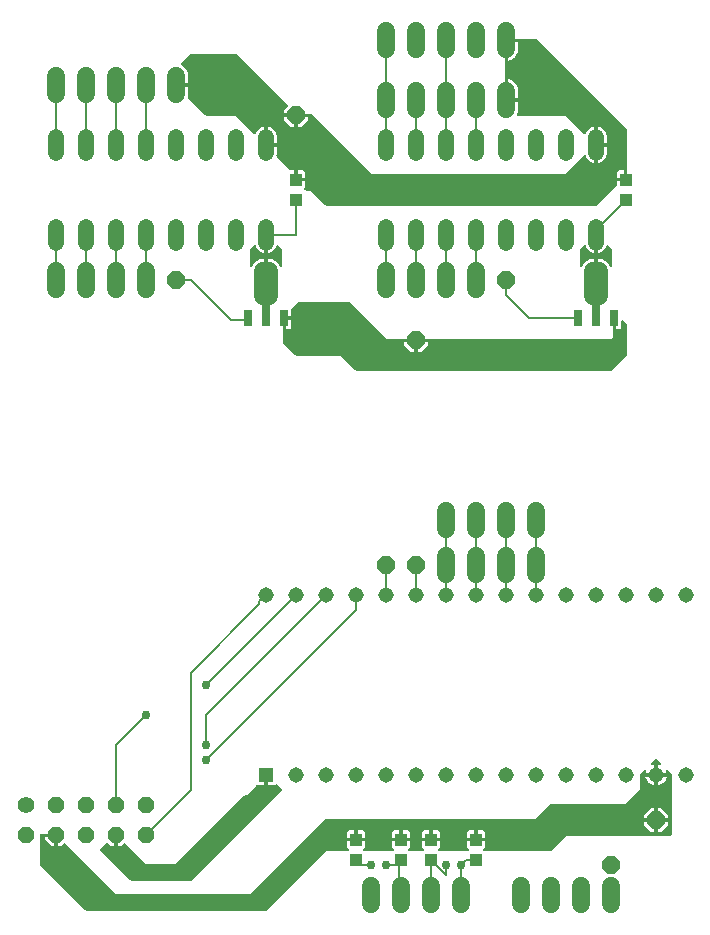
<source format=gbr>
G04 EAGLE Gerber RS-274X export*
G75*
%MOMM*%
%FSLAX34Y34*%
%LPD*%
%INTop Copper*%
%IPPOS*%
%AMOC8*
5,1,8,0,0,1.08239X$1,22.5*%
G01*
%ADD10R,1.308000X1.308000*%
%ADD11C,1.308000*%
%ADD12R,1.000000X1.100000*%
%ADD13C,1.320800*%
%ADD14C,1.524000*%
%ADD15R,0.800000X1.400000*%
%ADD16R,0.800000X1.900000*%
%ADD17C,1.422400*%
%ADD18P,1.539592X8X22.500000*%
%ADD19P,1.649562X8X22.500000*%
%ADD20C,0.756400*%
%ADD21C,0.152400*%

G36*
X520790Y621554D02*
X520790Y621554D01*
X520881Y621561D01*
X520911Y621573D01*
X520943Y621579D01*
X521023Y621621D01*
X521107Y621657D01*
X521139Y621683D01*
X521160Y621694D01*
X521182Y621717D01*
X521238Y621762D01*
X538336Y638860D01*
X538389Y638934D01*
X538449Y639003D01*
X538461Y639033D01*
X538480Y639059D01*
X538507Y639146D01*
X538541Y639231D01*
X538545Y639272D01*
X538552Y639295D01*
X538551Y639327D01*
X538559Y639398D01*
X538559Y641977D01*
X541138Y641977D01*
X541228Y641992D01*
X541319Y641999D01*
X541349Y642011D01*
X541381Y642017D01*
X541461Y642059D01*
X541545Y642095D01*
X541577Y642121D01*
X541598Y642132D01*
X541620Y642155D01*
X541676Y642200D01*
X543200Y643724D01*
X543242Y643782D01*
X543291Y643834D01*
X543313Y643881D01*
X543344Y643923D01*
X543365Y643992D01*
X543395Y644057D01*
X543401Y644109D01*
X543416Y644158D01*
X543414Y644230D01*
X543422Y644301D01*
X543411Y644352D01*
X543410Y644404D01*
X543385Y644472D01*
X543370Y644542D01*
X543343Y644586D01*
X543325Y644635D01*
X543280Y644691D01*
X543244Y644753D01*
X543204Y644787D01*
X543172Y644827D01*
X543111Y644866D01*
X543057Y644913D01*
X543008Y644932D01*
X542965Y644960D01*
X542895Y644978D01*
X542829Y645005D01*
X542757Y645013D01*
X542726Y645020D01*
X542703Y645019D01*
X542662Y645023D01*
X538559Y645023D01*
X538559Y649334D01*
X538732Y649981D01*
X539067Y650560D01*
X539540Y651033D01*
X540119Y651368D01*
X540766Y651541D01*
X544577Y651541D01*
X544577Y646938D01*
X544588Y646867D01*
X544590Y646796D01*
X544608Y646747D01*
X544617Y646695D01*
X544650Y646632D01*
X544675Y646565D01*
X544707Y646524D01*
X544732Y646478D01*
X544784Y646429D01*
X544828Y646373D01*
X544872Y646344D01*
X544910Y646309D01*
X544975Y646278D01*
X545035Y646240D01*
X545086Y646227D01*
X545133Y646205D01*
X545204Y646197D01*
X545274Y646180D01*
X545326Y646184D01*
X545378Y646178D01*
X545448Y646193D01*
X545519Y646199D01*
X545567Y646219D01*
X545618Y646230D01*
X545680Y646267D01*
X545745Y646295D01*
X545801Y646340D01*
X545829Y646356D01*
X545844Y646374D01*
X545876Y646400D01*
X546638Y647162D01*
X546691Y647236D01*
X546751Y647305D01*
X546763Y647335D01*
X546782Y647361D01*
X546809Y647448D01*
X546843Y647533D01*
X546847Y647574D01*
X546854Y647597D01*
X546853Y647629D01*
X546861Y647700D01*
X546861Y685800D01*
X546847Y685890D01*
X546839Y685981D01*
X546827Y686011D01*
X546822Y686043D01*
X546779Y686123D01*
X546743Y686207D01*
X546717Y686239D01*
X546706Y686260D01*
X546683Y686282D01*
X546638Y686338D01*
X470438Y762538D01*
X470364Y762591D01*
X470295Y762651D01*
X470265Y762663D01*
X470239Y762682D01*
X470152Y762709D01*
X470067Y762743D01*
X470026Y762747D01*
X470003Y762754D01*
X469971Y762753D01*
X469900Y762761D01*
X445262Y762761D01*
X445242Y762758D01*
X445223Y762760D01*
X445121Y762738D01*
X445019Y762722D01*
X445002Y762712D01*
X444982Y762708D01*
X444893Y762655D01*
X444802Y762606D01*
X444788Y762592D01*
X444771Y762582D01*
X444704Y762503D01*
X444633Y762428D01*
X444624Y762410D01*
X444611Y762395D01*
X444573Y762299D01*
X444529Y762205D01*
X444527Y762185D01*
X444519Y762167D01*
X444501Y762000D01*
X444501Y761999D01*
X444500Y761999D01*
X444480Y761996D01*
X444461Y761998D01*
X444359Y761976D01*
X444257Y761959D01*
X444240Y761950D01*
X444220Y761946D01*
X444131Y761893D01*
X444040Y761844D01*
X444026Y761830D01*
X444009Y761820D01*
X443942Y761741D01*
X443871Y761666D01*
X443862Y761648D01*
X443849Y761633D01*
X443810Y761537D01*
X443767Y761443D01*
X443765Y761423D01*
X443757Y761405D01*
X443739Y761238D01*
X443739Y711962D01*
X443742Y711942D01*
X443740Y711923D01*
X443762Y711821D01*
X443779Y711719D01*
X443788Y711702D01*
X443792Y711682D01*
X443845Y711593D01*
X443894Y711502D01*
X443908Y711488D01*
X443918Y711471D01*
X443997Y711404D01*
X444072Y711333D01*
X444090Y711324D01*
X444105Y711311D01*
X444201Y711273D01*
X444295Y711229D01*
X444315Y711227D01*
X444333Y711219D01*
X444500Y711201D01*
X444501Y711201D01*
X444501Y710438D01*
X444504Y710418D01*
X444502Y710399D01*
X444524Y710297D01*
X444541Y710195D01*
X444550Y710178D01*
X444554Y710158D01*
X444607Y710069D01*
X444656Y709978D01*
X444670Y709964D01*
X444680Y709947D01*
X444759Y709880D01*
X444834Y709809D01*
X444852Y709800D01*
X444867Y709787D01*
X444963Y709748D01*
X445057Y709705D01*
X445077Y709703D01*
X445095Y709695D01*
X445262Y709677D01*
X454661Y709677D01*
X454661Y702780D01*
X454411Y701201D01*
X453916Y699679D01*
X453491Y698846D01*
X453468Y698774D01*
X453436Y698705D01*
X453431Y698657D01*
X453417Y698611D01*
X453418Y698536D01*
X453409Y698461D01*
X453420Y698414D01*
X453420Y698365D01*
X453446Y698294D01*
X453462Y698220D01*
X453486Y698179D01*
X453502Y698134D01*
X453549Y698074D01*
X453588Y698009D01*
X453624Y697978D01*
X453654Y697940D01*
X453717Y697898D01*
X453775Y697849D01*
X453819Y697831D01*
X453860Y697805D01*
X453933Y697786D01*
X454003Y697757D01*
X454068Y697750D01*
X454097Y697742D01*
X454123Y697744D01*
X454170Y697739D01*
X494985Y697739D01*
X510646Y682078D01*
X510683Y682051D01*
X510714Y682017D01*
X510782Y681980D01*
X510846Y681934D01*
X510889Y681921D01*
X510930Y681898D01*
X511006Y681885D01*
X511081Y681862D01*
X511126Y681863D01*
X511172Y681855D01*
X511249Y681866D01*
X511326Y681868D01*
X511370Y681884D01*
X511415Y681891D01*
X511484Y681926D01*
X511557Y681953D01*
X511593Y681981D01*
X511634Y682002D01*
X511689Y682058D01*
X511750Y682106D01*
X511774Y682145D01*
X511806Y682178D01*
X511872Y682297D01*
X511883Y682313D01*
X511884Y682318D01*
X511887Y682325D01*
X512596Y684036D01*
X513597Y685534D01*
X514870Y686807D01*
X516368Y687808D01*
X518033Y688497D01*
X519177Y688725D01*
X519177Y673862D01*
X519180Y673842D01*
X519178Y673823D01*
X519200Y673721D01*
X519217Y673619D01*
X519226Y673602D01*
X519230Y673582D01*
X519283Y673493D01*
X519332Y673402D01*
X519346Y673388D01*
X519356Y673371D01*
X519435Y673304D01*
X519510Y673233D01*
X519528Y673224D01*
X519543Y673211D01*
X519639Y673173D01*
X519733Y673129D01*
X519753Y673127D01*
X519771Y673119D01*
X519938Y673101D01*
X520701Y673101D01*
X520701Y673099D01*
X519938Y673099D01*
X519918Y673096D01*
X519899Y673098D01*
X519797Y673076D01*
X519695Y673059D01*
X519678Y673050D01*
X519658Y673046D01*
X519569Y672993D01*
X519478Y672944D01*
X519464Y672930D01*
X519447Y672920D01*
X519380Y672841D01*
X519309Y672766D01*
X519300Y672748D01*
X519287Y672733D01*
X519248Y672637D01*
X519205Y672543D01*
X519203Y672523D01*
X519195Y672505D01*
X519177Y672338D01*
X519177Y657475D01*
X518033Y657703D01*
X516368Y658392D01*
X514870Y659393D01*
X513597Y660666D01*
X512596Y662164D01*
X511887Y663875D01*
X511863Y663914D01*
X511847Y663957D01*
X511799Y664018D01*
X511758Y664084D01*
X511722Y664114D01*
X511694Y664150D01*
X511628Y664192D01*
X511568Y664241D01*
X511525Y664258D01*
X511487Y664283D01*
X511411Y664302D01*
X511339Y664329D01*
X511293Y664331D01*
X511248Y664343D01*
X511171Y664337D01*
X511093Y664340D01*
X511049Y664327D01*
X511003Y664323D01*
X510931Y664293D01*
X510857Y664271D01*
X510819Y664245D01*
X510777Y664227D01*
X510670Y664142D01*
X510655Y664131D01*
X510652Y664127D01*
X510646Y664122D01*
X494985Y648461D01*
X330515Y648461D01*
X279938Y699038D01*
X279864Y699091D01*
X279795Y699151D01*
X279765Y699163D01*
X279739Y699182D01*
X279652Y699209D01*
X279567Y699243D01*
X279526Y699247D01*
X279503Y699254D01*
X279471Y699253D01*
X279400Y699261D01*
X267462Y699261D01*
X267442Y699258D01*
X267423Y699260D01*
X267321Y699238D01*
X267219Y699222D01*
X267202Y699212D01*
X267182Y699208D01*
X267093Y699155D01*
X267002Y699106D01*
X266988Y699092D01*
X266971Y699082D01*
X266904Y699003D01*
X266833Y698928D01*
X266824Y698910D01*
X266811Y698895D01*
X266773Y698799D01*
X266729Y698705D01*
X266727Y698685D01*
X266719Y698667D01*
X266701Y698500D01*
X266701Y698499D01*
X266699Y698499D01*
X266699Y699262D01*
X266696Y699282D01*
X266698Y699301D01*
X266676Y699403D01*
X266659Y699505D01*
X266650Y699522D01*
X266646Y699542D01*
X266593Y699631D01*
X266544Y699722D01*
X266530Y699736D01*
X266520Y699753D01*
X266441Y699820D01*
X266366Y699891D01*
X266348Y699900D01*
X266333Y699913D01*
X266237Y699952D01*
X266143Y699995D01*
X266123Y699997D01*
X266105Y700005D01*
X265938Y700023D01*
X256539Y700023D01*
X256539Y702709D01*
X259515Y705685D01*
X259527Y705701D01*
X259542Y705713D01*
X259599Y705801D01*
X259659Y705884D01*
X259665Y705903D01*
X259675Y705920D01*
X259701Y706021D01*
X259731Y706120D01*
X259731Y706139D01*
X259736Y706159D01*
X259728Y706262D01*
X259725Y706365D01*
X259718Y706384D01*
X259716Y706404D01*
X259676Y706499D01*
X259640Y706596D01*
X259628Y706612D01*
X259620Y706630D01*
X259515Y706761D01*
X216438Y749838D01*
X216364Y749891D01*
X216295Y749951D01*
X216265Y749963D01*
X216239Y749982D01*
X216152Y750009D01*
X216067Y750043D01*
X216026Y750047D01*
X216003Y750054D01*
X215971Y750053D01*
X215900Y750061D01*
X177800Y750061D01*
X177710Y750047D01*
X177619Y750039D01*
X177589Y750027D01*
X177557Y750022D01*
X177477Y749979D01*
X177393Y749943D01*
X177361Y749917D01*
X177340Y749906D01*
X177318Y749883D01*
X177262Y749838D01*
X169317Y741893D01*
X169308Y741880D01*
X169295Y741871D01*
X169236Y741781D01*
X169173Y741694D01*
X169169Y741678D01*
X169160Y741665D01*
X169132Y741561D01*
X169101Y741459D01*
X169101Y741443D01*
X169097Y741427D01*
X169105Y741320D01*
X169107Y741213D01*
X169113Y741198D01*
X169114Y741182D01*
X169155Y741083D01*
X169192Y740982D01*
X169202Y740969D01*
X169208Y740954D01*
X169278Y740874D01*
X169345Y740790D01*
X169359Y740781D01*
X169369Y740769D01*
X169510Y740677D01*
X170425Y740210D01*
X171719Y739270D01*
X172850Y738139D01*
X173790Y736845D01*
X174516Y735420D01*
X175011Y733899D01*
X175261Y732320D01*
X175261Y725423D01*
X165862Y725423D01*
X165842Y725420D01*
X165823Y725422D01*
X165721Y725400D01*
X165619Y725383D01*
X165602Y725374D01*
X165582Y725370D01*
X165493Y725317D01*
X165402Y725268D01*
X165388Y725254D01*
X165371Y725244D01*
X165304Y725165D01*
X165233Y725090D01*
X165224Y725072D01*
X165211Y725057D01*
X165173Y724961D01*
X165129Y724867D01*
X165127Y724847D01*
X165119Y724829D01*
X165101Y724662D01*
X165101Y723138D01*
X165104Y723118D01*
X165102Y723099D01*
X165124Y722997D01*
X165141Y722895D01*
X165150Y722878D01*
X165154Y722858D01*
X165207Y722769D01*
X165256Y722678D01*
X165270Y722664D01*
X165280Y722647D01*
X165359Y722580D01*
X165434Y722509D01*
X165452Y722500D01*
X165467Y722487D01*
X165563Y722448D01*
X165657Y722405D01*
X165677Y722403D01*
X165695Y722395D01*
X165862Y722377D01*
X175261Y722377D01*
X175261Y715480D01*
X175011Y713901D01*
X174912Y713599D01*
X174899Y713513D01*
X174878Y713428D01*
X174881Y713392D01*
X174875Y713356D01*
X174890Y713270D01*
X174897Y713183D01*
X174911Y713149D01*
X174917Y713113D01*
X174959Y713037D01*
X174993Y712956D01*
X175022Y712920D01*
X175035Y712897D01*
X175058Y712876D01*
X175098Y712825D01*
X189962Y697962D01*
X190036Y697909D01*
X190105Y697849D01*
X190135Y697837D01*
X190161Y697818D01*
X190248Y697791D01*
X190333Y697757D01*
X190374Y697753D01*
X190397Y697746D01*
X190429Y697747D01*
X190500Y697739D01*
X215585Y697739D01*
X231246Y682078D01*
X231283Y682051D01*
X231314Y682017D01*
X231382Y681980D01*
X231445Y681934D01*
X231489Y681921D01*
X231530Y681899D01*
X231606Y681885D01*
X231681Y681862D01*
X231726Y681863D01*
X231772Y681855D01*
X231849Y681866D01*
X231926Y681868D01*
X231970Y681884D01*
X232015Y681891D01*
X232084Y681926D01*
X232157Y681953D01*
X232193Y681981D01*
X232234Y682002D01*
X232289Y682058D01*
X232349Y682106D01*
X232374Y682145D01*
X232406Y682178D01*
X232472Y682298D01*
X232482Y682313D01*
X232484Y682318D01*
X232487Y682325D01*
X233196Y684036D01*
X234197Y685534D01*
X235470Y686807D01*
X236968Y687808D01*
X238633Y688497D01*
X239777Y688725D01*
X239777Y673862D01*
X239780Y673842D01*
X239778Y673823D01*
X239800Y673721D01*
X239817Y673619D01*
X239826Y673602D01*
X239830Y673582D01*
X239883Y673493D01*
X239932Y673402D01*
X239946Y673388D01*
X239956Y673371D01*
X240035Y673304D01*
X240110Y673233D01*
X240128Y673224D01*
X240143Y673211D01*
X240239Y673173D01*
X240333Y673129D01*
X240353Y673127D01*
X240371Y673119D01*
X240538Y673101D01*
X241301Y673101D01*
X241301Y672338D01*
X241304Y672318D01*
X241302Y672299D01*
X241324Y672197D01*
X241341Y672095D01*
X241350Y672078D01*
X241354Y672058D01*
X241407Y671969D01*
X241456Y671878D01*
X241470Y671864D01*
X241480Y671847D01*
X241559Y671780D01*
X241634Y671709D01*
X241652Y671700D01*
X241667Y671687D01*
X241763Y671648D01*
X241857Y671605D01*
X241877Y671603D01*
X241895Y671595D01*
X242062Y671577D01*
X250445Y671577D01*
X250445Y665595D01*
X250079Y663755D01*
X250078Y663729D01*
X250057Y663648D01*
X250058Y663642D01*
X250056Y663636D01*
X250068Y663519D01*
X250077Y663403D01*
X250079Y663397D01*
X250080Y663391D01*
X250128Y663283D01*
X250173Y663177D01*
X250178Y663171D01*
X250180Y663166D01*
X250193Y663152D01*
X250278Y663046D01*
X261560Y651764D01*
X261634Y651711D01*
X261703Y651651D01*
X261733Y651639D01*
X261759Y651620D01*
X261846Y651593D01*
X261931Y651559D01*
X261972Y651555D01*
X261995Y651548D01*
X262027Y651549D01*
X262098Y651541D01*
X265177Y651541D01*
X265177Y648462D01*
X265192Y648372D01*
X265199Y648281D01*
X265211Y648251D01*
X265217Y648219D01*
X265259Y648139D01*
X265295Y648055D01*
X265321Y648022D01*
X265332Y648002D01*
X265355Y647980D01*
X265400Y647924D01*
X265939Y647385D01*
X265939Y644262D01*
X265942Y644242D01*
X265940Y644223D01*
X265962Y644121D01*
X265979Y644019D01*
X265988Y644002D01*
X265992Y643982D01*
X266045Y643893D01*
X266094Y643802D01*
X266108Y643788D01*
X266118Y643771D01*
X266197Y643704D01*
X266272Y643633D01*
X266290Y643624D01*
X266305Y643611D01*
X266401Y643572D01*
X266495Y643529D01*
X266515Y643527D01*
X266533Y643519D01*
X266700Y643501D01*
X266701Y643501D01*
X266701Y642738D01*
X266704Y642718D01*
X266702Y642699D01*
X266724Y642597D01*
X266741Y642495D01*
X266750Y642478D01*
X266754Y642458D01*
X266807Y642369D01*
X266856Y642278D01*
X266870Y642264D01*
X266880Y642247D01*
X266959Y642180D01*
X267034Y642109D01*
X267052Y642100D01*
X267067Y642087D01*
X267163Y642048D01*
X267257Y642005D01*
X267277Y642003D01*
X267295Y641995D01*
X267462Y641977D01*
X274241Y641977D01*
X274241Y637666D01*
X274068Y637019D01*
X273729Y636432D01*
X273719Y636425D01*
X273663Y636338D01*
X273603Y636254D01*
X273597Y636235D01*
X273586Y636218D01*
X273561Y636117D01*
X273531Y636019D01*
X273531Y635999D01*
X273526Y635979D01*
X273534Y635876D01*
X273537Y635773D01*
X273544Y635754D01*
X273545Y635734D01*
X273586Y635639D01*
X273621Y635542D01*
X273634Y635526D01*
X273642Y635508D01*
X273747Y635377D01*
X274662Y634462D01*
X274736Y634409D01*
X274805Y634349D01*
X274835Y634337D01*
X274861Y634318D01*
X274949Y634291D01*
X275033Y634257D01*
X275074Y634253D01*
X275097Y634246D01*
X275129Y634247D01*
X275200Y634239D01*
X279085Y634239D01*
X291562Y621762D01*
X291636Y621709D01*
X291705Y621649D01*
X291735Y621637D01*
X291761Y621618D01*
X291848Y621591D01*
X291933Y621557D01*
X291974Y621553D01*
X291997Y621546D01*
X292029Y621547D01*
X292100Y621539D01*
X520700Y621539D01*
X520790Y621554D01*
G37*
G36*
X241390Y24654D02*
X241390Y24654D01*
X241481Y24661D01*
X241511Y24673D01*
X241543Y24679D01*
X241623Y24721D01*
X241707Y24757D01*
X241739Y24783D01*
X241760Y24794D01*
X241782Y24817D01*
X241838Y24862D01*
X292415Y75439D01*
X310830Y75439D01*
X310920Y75454D01*
X311011Y75461D01*
X311041Y75473D01*
X311073Y75479D01*
X311153Y75521D01*
X311238Y75557D01*
X311270Y75583D01*
X311290Y75594D01*
X311313Y75617D01*
X311368Y75662D01*
X311464Y75757D01*
X311533Y75854D01*
X311604Y75950D01*
X311606Y75954D01*
X311608Y75957D01*
X311643Y76070D01*
X311679Y76184D01*
X311679Y76188D01*
X311680Y76192D01*
X311677Y76310D01*
X311675Y76430D01*
X311674Y76434D01*
X311674Y76438D01*
X311633Y76550D01*
X311594Y76662D01*
X311591Y76665D01*
X311590Y76669D01*
X311515Y76762D01*
X311442Y76856D01*
X311438Y76859D01*
X311436Y76861D01*
X311425Y76869D01*
X311307Y76955D01*
X310940Y77167D01*
X310467Y77640D01*
X310132Y78219D01*
X309959Y78866D01*
X309959Y83177D01*
X316738Y83177D01*
X316758Y83180D01*
X316777Y83178D01*
X316879Y83200D01*
X316981Y83217D01*
X316998Y83226D01*
X317018Y83230D01*
X317107Y83283D01*
X317198Y83332D01*
X317212Y83346D01*
X317229Y83356D01*
X317296Y83435D01*
X317367Y83510D01*
X317376Y83528D01*
X317389Y83543D01*
X317428Y83639D01*
X317471Y83733D01*
X317473Y83753D01*
X317481Y83771D01*
X317499Y83938D01*
X317499Y84701D01*
X317501Y84701D01*
X317501Y83938D01*
X317504Y83918D01*
X317502Y83899D01*
X317524Y83797D01*
X317541Y83695D01*
X317550Y83678D01*
X317554Y83658D01*
X317607Y83569D01*
X317656Y83478D01*
X317670Y83464D01*
X317680Y83447D01*
X317759Y83380D01*
X317834Y83309D01*
X317852Y83300D01*
X317867Y83287D01*
X317963Y83248D01*
X318057Y83205D01*
X318077Y83203D01*
X318095Y83195D01*
X318262Y83177D01*
X325041Y83177D01*
X325041Y78866D01*
X324868Y78219D01*
X324533Y77640D01*
X324060Y77167D01*
X323693Y76955D01*
X323600Y76879D01*
X323508Y76805D01*
X323506Y76802D01*
X323503Y76799D01*
X323439Y76697D01*
X323375Y76598D01*
X323374Y76595D01*
X323372Y76591D01*
X323344Y76473D01*
X323315Y76360D01*
X323316Y76356D01*
X323315Y76352D01*
X323325Y76232D01*
X323334Y76115D01*
X323336Y76111D01*
X323336Y76107D01*
X323384Y75997D01*
X323431Y75888D01*
X323434Y75885D01*
X323435Y75882D01*
X323444Y75871D01*
X323536Y75757D01*
X323632Y75662D01*
X323705Y75609D01*
X323775Y75549D01*
X323805Y75537D01*
X323831Y75518D01*
X323918Y75491D01*
X324003Y75457D01*
X324044Y75453D01*
X324066Y75446D01*
X324099Y75447D01*
X324170Y75439D01*
X348930Y75439D01*
X349020Y75454D01*
X349111Y75461D01*
X349141Y75473D01*
X349173Y75479D01*
X349253Y75521D01*
X349338Y75557D01*
X349370Y75583D01*
X349390Y75594D01*
X349413Y75617D01*
X349468Y75662D01*
X349564Y75757D01*
X349633Y75854D01*
X349704Y75950D01*
X349706Y75954D01*
X349708Y75957D01*
X349743Y76070D01*
X349779Y76184D01*
X349779Y76188D01*
X349780Y76192D01*
X349777Y76310D01*
X349775Y76430D01*
X349774Y76434D01*
X349774Y76438D01*
X349733Y76550D01*
X349694Y76662D01*
X349691Y76665D01*
X349690Y76669D01*
X349615Y76762D01*
X349542Y76856D01*
X349538Y76859D01*
X349536Y76861D01*
X349525Y76869D01*
X349407Y76955D01*
X349040Y77167D01*
X348567Y77640D01*
X348232Y78219D01*
X348059Y78866D01*
X348059Y83177D01*
X354838Y83177D01*
X354858Y83180D01*
X354877Y83178D01*
X354979Y83200D01*
X355081Y83217D01*
X355098Y83226D01*
X355118Y83230D01*
X355207Y83283D01*
X355298Y83332D01*
X355312Y83346D01*
X355329Y83356D01*
X355396Y83435D01*
X355467Y83510D01*
X355476Y83528D01*
X355489Y83543D01*
X355528Y83639D01*
X355571Y83733D01*
X355573Y83753D01*
X355581Y83771D01*
X355599Y83938D01*
X355599Y84701D01*
X355601Y84701D01*
X355601Y83938D01*
X355604Y83918D01*
X355602Y83899D01*
X355624Y83797D01*
X355641Y83695D01*
X355650Y83678D01*
X355654Y83658D01*
X355707Y83569D01*
X355756Y83478D01*
X355770Y83464D01*
X355780Y83447D01*
X355859Y83380D01*
X355934Y83309D01*
X355952Y83300D01*
X355967Y83287D01*
X356063Y83248D01*
X356157Y83205D01*
X356177Y83203D01*
X356195Y83195D01*
X356362Y83177D01*
X363141Y83177D01*
X363141Y78866D01*
X362968Y78219D01*
X362633Y77640D01*
X362160Y77167D01*
X361793Y76955D01*
X361700Y76879D01*
X361608Y76805D01*
X361606Y76802D01*
X361603Y76799D01*
X361539Y76697D01*
X361475Y76598D01*
X361474Y76595D01*
X361472Y76591D01*
X361444Y76473D01*
X361415Y76360D01*
X361416Y76356D01*
X361415Y76352D01*
X361425Y76232D01*
X361434Y76115D01*
X361436Y76111D01*
X361436Y76107D01*
X361484Y75997D01*
X361531Y75888D01*
X361534Y75885D01*
X361535Y75882D01*
X361544Y75871D01*
X361636Y75757D01*
X361732Y75662D01*
X361805Y75609D01*
X361875Y75549D01*
X361905Y75537D01*
X361931Y75518D01*
X362018Y75491D01*
X362103Y75457D01*
X362144Y75453D01*
X362166Y75446D01*
X362199Y75447D01*
X362270Y75439D01*
X374330Y75439D01*
X374420Y75454D01*
X374511Y75461D01*
X374541Y75473D01*
X374573Y75479D01*
X374653Y75521D01*
X374738Y75557D01*
X374770Y75583D01*
X374790Y75594D01*
X374813Y75617D01*
X374868Y75662D01*
X374964Y75757D01*
X375033Y75854D01*
X375104Y75950D01*
X375106Y75954D01*
X375108Y75957D01*
X375143Y76070D01*
X375179Y76184D01*
X375179Y76188D01*
X375180Y76192D01*
X375177Y76310D01*
X375175Y76430D01*
X375174Y76434D01*
X375174Y76438D01*
X375133Y76550D01*
X375094Y76662D01*
X375091Y76665D01*
X375090Y76669D01*
X375015Y76762D01*
X374942Y76856D01*
X374938Y76859D01*
X374936Y76861D01*
X374925Y76869D01*
X374807Y76955D01*
X374440Y77167D01*
X373967Y77640D01*
X373632Y78219D01*
X373459Y78866D01*
X373459Y83177D01*
X380238Y83177D01*
X380258Y83180D01*
X380277Y83178D01*
X380379Y83200D01*
X380481Y83217D01*
X380498Y83226D01*
X380518Y83230D01*
X380607Y83283D01*
X380698Y83332D01*
X380712Y83346D01*
X380729Y83356D01*
X380796Y83435D01*
X380867Y83510D01*
X380876Y83528D01*
X380889Y83543D01*
X380928Y83639D01*
X380971Y83733D01*
X380973Y83753D01*
X380981Y83771D01*
X380999Y83938D01*
X380999Y84701D01*
X381001Y84701D01*
X381001Y83938D01*
X381004Y83918D01*
X381002Y83899D01*
X381024Y83797D01*
X381041Y83695D01*
X381050Y83678D01*
X381054Y83658D01*
X381107Y83569D01*
X381156Y83478D01*
X381170Y83464D01*
X381180Y83447D01*
X381259Y83380D01*
X381334Y83309D01*
X381352Y83300D01*
X381367Y83287D01*
X381463Y83248D01*
X381557Y83205D01*
X381577Y83203D01*
X381595Y83195D01*
X381762Y83177D01*
X388541Y83177D01*
X388541Y78866D01*
X388368Y78219D01*
X388033Y77640D01*
X387560Y77167D01*
X387193Y76955D01*
X387100Y76879D01*
X387008Y76805D01*
X387006Y76802D01*
X387003Y76799D01*
X386939Y76697D01*
X386875Y76598D01*
X386874Y76595D01*
X386872Y76591D01*
X386844Y76473D01*
X386815Y76360D01*
X386816Y76356D01*
X386815Y76352D01*
X386825Y76232D01*
X386834Y76115D01*
X386836Y76111D01*
X386836Y76107D01*
X386884Y75997D01*
X386931Y75888D01*
X386934Y75885D01*
X386935Y75882D01*
X386944Y75871D01*
X387036Y75757D01*
X387132Y75662D01*
X387205Y75609D01*
X387275Y75549D01*
X387305Y75537D01*
X387331Y75518D01*
X387418Y75491D01*
X387503Y75457D01*
X387544Y75453D01*
X387566Y75446D01*
X387599Y75447D01*
X387670Y75439D01*
X412430Y75439D01*
X412520Y75454D01*
X412611Y75461D01*
X412641Y75473D01*
X412673Y75479D01*
X412753Y75521D01*
X412838Y75557D01*
X412870Y75583D01*
X412890Y75594D01*
X412913Y75617D01*
X412968Y75662D01*
X413064Y75757D01*
X413133Y75854D01*
X413204Y75950D01*
X413206Y75954D01*
X413208Y75957D01*
X413243Y76070D01*
X413279Y76184D01*
X413279Y76188D01*
X413280Y76192D01*
X413277Y76310D01*
X413275Y76430D01*
X413274Y76434D01*
X413274Y76438D01*
X413233Y76550D01*
X413194Y76662D01*
X413191Y76665D01*
X413190Y76669D01*
X413115Y76762D01*
X413042Y76856D01*
X413038Y76859D01*
X413036Y76861D01*
X413025Y76869D01*
X412907Y76955D01*
X412540Y77167D01*
X412067Y77640D01*
X411732Y78219D01*
X411559Y78866D01*
X411559Y83177D01*
X418338Y83177D01*
X418358Y83180D01*
X418377Y83178D01*
X418479Y83200D01*
X418581Y83217D01*
X418598Y83226D01*
X418618Y83230D01*
X418707Y83283D01*
X418798Y83332D01*
X418812Y83346D01*
X418829Y83356D01*
X418896Y83435D01*
X418967Y83510D01*
X418976Y83528D01*
X418989Y83543D01*
X419028Y83639D01*
X419071Y83733D01*
X419073Y83753D01*
X419081Y83771D01*
X419099Y83938D01*
X419099Y84701D01*
X419101Y84701D01*
X419101Y83938D01*
X419104Y83918D01*
X419102Y83899D01*
X419124Y83797D01*
X419141Y83695D01*
X419150Y83678D01*
X419154Y83658D01*
X419207Y83569D01*
X419256Y83478D01*
X419270Y83464D01*
X419280Y83447D01*
X419359Y83380D01*
X419434Y83309D01*
X419452Y83300D01*
X419467Y83287D01*
X419563Y83248D01*
X419657Y83205D01*
X419677Y83203D01*
X419695Y83195D01*
X419862Y83177D01*
X426641Y83177D01*
X426641Y78866D01*
X426468Y78219D01*
X426133Y77640D01*
X425660Y77167D01*
X425293Y76955D01*
X425200Y76879D01*
X425108Y76805D01*
X425106Y76802D01*
X425103Y76799D01*
X425039Y76697D01*
X424975Y76598D01*
X424974Y76595D01*
X424972Y76591D01*
X424944Y76473D01*
X424915Y76360D01*
X424916Y76356D01*
X424915Y76352D01*
X424925Y76232D01*
X424934Y76115D01*
X424936Y76111D01*
X424936Y76107D01*
X424984Y75997D01*
X425031Y75888D01*
X425034Y75885D01*
X425035Y75882D01*
X425044Y75871D01*
X425136Y75757D01*
X425232Y75662D01*
X425305Y75609D01*
X425375Y75549D01*
X425405Y75537D01*
X425431Y75518D01*
X425518Y75491D01*
X425603Y75457D01*
X425644Y75453D01*
X425666Y75446D01*
X425699Y75447D01*
X425770Y75439D01*
X482600Y75439D01*
X482690Y75454D01*
X482781Y75461D01*
X482811Y75473D01*
X482843Y75479D01*
X482923Y75521D01*
X483007Y75557D01*
X483039Y75583D01*
X483060Y75594D01*
X483082Y75617D01*
X483138Y75662D01*
X495615Y88139D01*
X584200Y88139D01*
X584220Y88142D01*
X584239Y88140D01*
X584341Y88162D01*
X584443Y88179D01*
X584460Y88188D01*
X584480Y88192D01*
X584569Y88245D01*
X584660Y88294D01*
X584674Y88308D01*
X584691Y88318D01*
X584758Y88397D01*
X584830Y88472D01*
X584838Y88490D01*
X584851Y88505D01*
X584890Y88601D01*
X584933Y88695D01*
X584935Y88715D01*
X584943Y88733D01*
X584961Y88900D01*
X584961Y139700D01*
X584947Y139790D01*
X584939Y139881D01*
X584927Y139911D01*
X584922Y139943D01*
X584879Y140023D01*
X584843Y140107D01*
X584817Y140140D01*
X584806Y140160D01*
X584783Y140182D01*
X584738Y140238D01*
X581244Y143733D01*
X581164Y143790D01*
X581090Y143852D01*
X581065Y143861D01*
X581044Y143877D01*
X580951Y143905D01*
X580860Y143940D01*
X580834Y143941D01*
X580809Y143949D01*
X580712Y143946D01*
X580614Y143950D01*
X580589Y143943D01*
X580563Y143942D01*
X580472Y143909D01*
X580378Y143882D01*
X580356Y143867D01*
X580332Y143858D01*
X580256Y143797D01*
X580176Y143742D01*
X580160Y143721D01*
X580140Y143704D01*
X580087Y143622D01*
X580029Y143544D01*
X580021Y143519D01*
X580007Y143497D01*
X579983Y143403D01*
X579953Y143310D01*
X579953Y143284D01*
X579947Y143259D01*
X579954Y143162D01*
X579955Y143064D01*
X579964Y143033D01*
X579966Y143014D01*
X579979Y142983D01*
X580002Y142903D01*
X580232Y142349D01*
X580456Y141223D01*
X573023Y141223D01*
X573023Y148656D01*
X574149Y148432D01*
X574703Y148202D01*
X574798Y148180D01*
X574891Y148151D01*
X574917Y148152D01*
X574943Y148146D01*
X575040Y148155D01*
X575137Y148158D01*
X575162Y148167D01*
X575188Y148169D01*
X575277Y148209D01*
X575368Y148242D01*
X575389Y148258D01*
X575412Y148269D01*
X575484Y148335D01*
X575560Y148396D01*
X575574Y148418D01*
X575594Y148435D01*
X575640Y148520D01*
X575693Y148603D01*
X575700Y148628D01*
X575712Y148651D01*
X575729Y148747D01*
X575753Y148841D01*
X575751Y148867D01*
X575756Y148893D01*
X575742Y148989D01*
X575734Y149086D01*
X575724Y149110D01*
X575720Y149136D01*
X575676Y149223D01*
X575638Y149313D01*
X575617Y149338D01*
X575609Y149355D01*
X575585Y149379D01*
X575533Y149444D01*
X572038Y152938D01*
X572022Y152950D01*
X572010Y152965D01*
X571922Y153022D01*
X571839Y153082D01*
X571820Y153088D01*
X571803Y153098D01*
X571702Y153124D01*
X571603Y153154D01*
X571584Y153154D01*
X571564Y153159D01*
X571461Y153151D01*
X571358Y153148D01*
X571339Y153141D01*
X571319Y153139D01*
X571224Y153099D01*
X571127Y153063D01*
X571111Y153051D01*
X571093Y153043D01*
X570962Y152938D01*
X567467Y149444D01*
X567410Y149365D01*
X567348Y149290D01*
X567339Y149265D01*
X567324Y149244D01*
X567295Y149151D01*
X567260Y149060D01*
X567259Y149034D01*
X567251Y149009D01*
X567254Y148912D01*
X567250Y148814D01*
X567257Y148789D01*
X567258Y148763D01*
X567291Y148671D01*
X567318Y148578D01*
X567333Y148556D01*
X567342Y148532D01*
X567403Y148456D01*
X567458Y148376D01*
X567479Y148360D01*
X567496Y148340D01*
X567578Y148287D01*
X567656Y148229D01*
X567681Y148221D01*
X567703Y148207D01*
X567797Y148183D01*
X567890Y148153D01*
X567916Y148153D01*
X567941Y148147D01*
X568038Y148154D01*
X568136Y148155D01*
X568167Y148164D01*
X568186Y148166D01*
X568217Y148179D01*
X568297Y148202D01*
X568851Y148432D01*
X569977Y148656D01*
X569977Y141223D01*
X562544Y141223D01*
X562768Y142349D01*
X562998Y142903D01*
X563020Y142998D01*
X563049Y143091D01*
X563048Y143117D01*
X563054Y143143D01*
X563045Y143240D01*
X563042Y143337D01*
X563033Y143362D01*
X563031Y143388D01*
X562992Y143477D01*
X562958Y143568D01*
X562942Y143589D01*
X562931Y143612D01*
X562865Y143684D01*
X562804Y143760D01*
X562782Y143774D01*
X562765Y143794D01*
X562680Y143840D01*
X562597Y143893D01*
X562572Y143900D01*
X562549Y143912D01*
X562453Y143929D01*
X562359Y143953D01*
X562333Y143951D01*
X562307Y143956D01*
X562211Y143942D01*
X562114Y143934D01*
X562090Y143924D01*
X562064Y143920D01*
X561977Y143876D01*
X561887Y143838D01*
X561862Y143817D01*
X561845Y143809D01*
X561821Y143785D01*
X561756Y143733D01*
X558262Y140238D01*
X558209Y140164D01*
X558149Y140095D01*
X558137Y140065D01*
X558118Y140039D01*
X558091Y139952D01*
X558057Y139867D01*
X558053Y139826D01*
X558046Y139803D01*
X558047Y139771D01*
X558039Y139700D01*
X558039Y127315D01*
X545785Y115061D01*
X482600Y115061D01*
X482510Y115047D01*
X482419Y115039D01*
X482389Y115027D01*
X482357Y115022D01*
X482277Y114979D01*
X482193Y114943D01*
X482161Y114917D01*
X482140Y114906D01*
X482118Y114883D01*
X482062Y114838D01*
X469585Y102361D01*
X292100Y102361D01*
X292010Y102347D01*
X291919Y102339D01*
X291889Y102327D01*
X291857Y102322D01*
X291777Y102279D01*
X291693Y102243D01*
X291661Y102217D01*
X291640Y102206D01*
X291618Y102183D01*
X291562Y102138D01*
X228285Y38861D01*
X114615Y38861D01*
X71402Y82074D01*
X71386Y82086D01*
X71373Y82102D01*
X71286Y82158D01*
X71202Y82218D01*
X71183Y82224D01*
X71167Y82235D01*
X71066Y82260D01*
X70967Y82290D01*
X70947Y82290D01*
X70928Y82295D01*
X70825Y82287D01*
X70721Y82284D01*
X70703Y82277D01*
X70683Y82276D01*
X70588Y82235D01*
X70490Y82200D01*
X70475Y82187D01*
X70456Y82179D01*
X70326Y82074D01*
X67498Y79247D01*
X65023Y79247D01*
X65023Y88138D01*
X65020Y88158D01*
X65022Y88177D01*
X65000Y88279D01*
X64983Y88381D01*
X64974Y88398D01*
X64970Y88418D01*
X64917Y88507D01*
X64868Y88598D01*
X64854Y88612D01*
X64844Y88629D01*
X64765Y88696D01*
X64690Y88767D01*
X64672Y88776D01*
X64657Y88789D01*
X64561Y88827D01*
X64467Y88871D01*
X64447Y88873D01*
X64429Y88881D01*
X64262Y88899D01*
X63499Y88899D01*
X63499Y88900D01*
X63496Y88920D01*
X63498Y88939D01*
X63476Y89041D01*
X63459Y89143D01*
X63450Y89160D01*
X63446Y89180D01*
X63393Y89269D01*
X63344Y89360D01*
X63330Y89374D01*
X63320Y89391D01*
X63241Y89458D01*
X63166Y89530D01*
X63148Y89538D01*
X63133Y89551D01*
X63037Y89590D01*
X62943Y89633D01*
X62923Y89635D01*
X62905Y89643D01*
X62738Y89661D01*
X50800Y89661D01*
X50780Y89658D01*
X50761Y89660D01*
X50659Y89638D01*
X50557Y89622D01*
X50540Y89612D01*
X50520Y89608D01*
X50431Y89555D01*
X50340Y89506D01*
X50326Y89492D01*
X50309Y89482D01*
X50242Y89403D01*
X50171Y89328D01*
X50162Y89310D01*
X50149Y89295D01*
X50110Y89199D01*
X50067Y89105D01*
X50065Y89085D01*
X50057Y89067D01*
X50039Y88900D01*
X50039Y63500D01*
X50054Y63410D01*
X50061Y63319D01*
X50073Y63289D01*
X50079Y63257D01*
X50121Y63177D01*
X50157Y63093D01*
X50183Y63061D01*
X50194Y63040D01*
X50217Y63018D01*
X50262Y62962D01*
X88362Y24862D01*
X88436Y24809D01*
X88505Y24749D01*
X88535Y24737D01*
X88561Y24718D01*
X88648Y24691D01*
X88733Y24657D01*
X88774Y24653D01*
X88797Y24646D01*
X88829Y24647D01*
X88900Y24639D01*
X241300Y24639D01*
X241390Y24654D01*
G37*
G36*
X533490Y481854D02*
X533490Y481854D01*
X533581Y481861D01*
X533611Y481873D01*
X533643Y481879D01*
X533723Y481921D01*
X533807Y481957D01*
X533839Y481983D01*
X533860Y481994D01*
X533882Y482017D01*
X533938Y482062D01*
X546638Y494762D01*
X546691Y494836D01*
X546751Y494905D01*
X546763Y494935D01*
X546782Y494961D01*
X546809Y495048D01*
X546843Y495133D01*
X546847Y495174D01*
X546854Y495197D01*
X546853Y495229D01*
X546861Y495300D01*
X546861Y520700D01*
X546847Y520790D01*
X546839Y520881D01*
X546827Y520911D01*
X546822Y520943D01*
X546779Y521023D01*
X546743Y521107D01*
X546717Y521140D01*
X546706Y521160D01*
X546683Y521182D01*
X546638Y521238D01*
X543530Y524346D01*
X543472Y524388D01*
X543420Y524438D01*
X543373Y524459D01*
X543331Y524490D01*
X543262Y524511D01*
X543197Y524541D01*
X543145Y524547D01*
X543095Y524562D01*
X543024Y524560D01*
X542953Y524568D01*
X542902Y524557D01*
X542850Y524556D01*
X542782Y524531D01*
X542712Y524516D01*
X542667Y524489D01*
X542619Y524471D01*
X542563Y524427D01*
X542501Y524390D01*
X542467Y524350D01*
X542427Y524318D01*
X542388Y524257D01*
X542341Y524203D01*
X542322Y524155D01*
X542294Y524111D01*
X542276Y524041D01*
X542249Y523975D01*
X542241Y523903D01*
X542233Y523872D01*
X542235Y523849D01*
X542231Y523808D01*
X542231Y518956D01*
X542058Y518309D01*
X541723Y517730D01*
X541250Y517257D01*
X540671Y516922D01*
X540024Y516749D01*
X537213Y516749D01*
X537213Y525528D01*
X537210Y525548D01*
X537212Y525567D01*
X537190Y525669D01*
X537173Y525771D01*
X537164Y525788D01*
X537160Y525808D01*
X537107Y525897D01*
X537058Y525988D01*
X537044Y526002D01*
X537034Y526019D01*
X536955Y526086D01*
X536880Y526157D01*
X536862Y526166D01*
X536847Y526179D01*
X536751Y526218D01*
X536657Y526261D01*
X536637Y526263D01*
X536619Y526271D01*
X536452Y526289D01*
X535690Y526289D01*
X535670Y526286D01*
X535651Y526288D01*
X535549Y526266D01*
X535447Y526249D01*
X535430Y526240D01*
X535410Y526236D01*
X535321Y526183D01*
X535230Y526134D01*
X535216Y526120D01*
X535199Y526110D01*
X535132Y526031D01*
X535061Y525956D01*
X535052Y525938D01*
X535039Y525923D01*
X535000Y525827D01*
X534957Y525733D01*
X534955Y525713D01*
X534947Y525695D01*
X534929Y525528D01*
X534929Y510605D01*
X533085Y508761D01*
X369062Y508761D01*
X369042Y508758D01*
X369023Y508760D01*
X368921Y508738D01*
X368819Y508722D01*
X368802Y508712D01*
X368782Y508708D01*
X368693Y508655D01*
X368602Y508606D01*
X368588Y508592D01*
X368571Y508582D01*
X368504Y508503D01*
X368433Y508428D01*
X368424Y508410D01*
X368411Y508395D01*
X368373Y508299D01*
X368329Y508205D01*
X368327Y508185D01*
X368319Y508167D01*
X368301Y508000D01*
X368301Y507999D01*
X368299Y507999D01*
X368299Y508000D01*
X368296Y508020D01*
X368298Y508039D01*
X368276Y508141D01*
X368259Y508243D01*
X368250Y508260D01*
X368246Y508280D01*
X368193Y508369D01*
X368144Y508460D01*
X368130Y508474D01*
X368120Y508491D01*
X368041Y508558D01*
X367966Y508630D01*
X367948Y508638D01*
X367933Y508651D01*
X367837Y508690D01*
X367743Y508733D01*
X367723Y508735D01*
X367705Y508743D01*
X367538Y508761D01*
X343215Y508761D01*
X312448Y539528D01*
X312374Y539581D01*
X312305Y539641D01*
X312275Y539653D01*
X312249Y539672D01*
X312162Y539699D01*
X312077Y539733D01*
X312036Y539737D01*
X312013Y539744D01*
X311981Y539743D01*
X311910Y539751D01*
X268990Y539751D01*
X268900Y539737D01*
X268809Y539729D01*
X268779Y539717D01*
X268747Y539712D01*
X268667Y539669D01*
X268583Y539633D01*
X268551Y539607D01*
X268530Y539596D01*
X268508Y539573D01*
X268452Y539528D01*
X263054Y534130D01*
X263010Y534070D01*
X262974Y534032D01*
X262968Y534018D01*
X262941Y533987D01*
X262929Y533957D01*
X262910Y533931D01*
X262883Y533844D01*
X262849Y533759D01*
X262845Y533718D01*
X262838Y533695D01*
X262839Y533663D01*
X262831Y533592D01*
X262831Y527813D01*
X257052Y527813D01*
X257032Y527810D01*
X257013Y527812D01*
X256911Y527790D01*
X256809Y527773D01*
X256792Y527764D01*
X256772Y527760D01*
X256683Y527707D01*
X256592Y527658D01*
X256578Y527644D01*
X256561Y527634D01*
X256494Y527555D01*
X256423Y527480D01*
X256414Y527462D01*
X256401Y527447D01*
X256362Y527351D01*
X256319Y527257D01*
X256317Y527237D01*
X256309Y527219D01*
X256291Y527052D01*
X256291Y526289D01*
X256290Y526289D01*
X256270Y526286D01*
X256251Y526288D01*
X256149Y526266D01*
X256047Y526249D01*
X256030Y526240D01*
X256010Y526236D01*
X255921Y526183D01*
X255830Y526134D01*
X255816Y526120D01*
X255799Y526110D01*
X255732Y526031D01*
X255661Y525956D01*
X255652Y525938D01*
X255639Y525923D01*
X255600Y525827D01*
X255557Y525733D01*
X255555Y525713D01*
X255547Y525695D01*
X255529Y525528D01*
X255529Y505710D01*
X255544Y505620D01*
X255551Y505529D01*
X255563Y505499D01*
X255569Y505467D01*
X255611Y505387D01*
X255647Y505303D01*
X255673Y505271D01*
X255684Y505250D01*
X255707Y505228D01*
X255752Y505172D01*
X266162Y494762D01*
X266236Y494709D01*
X266305Y494649D01*
X266335Y494637D01*
X266361Y494618D01*
X266448Y494591D01*
X266533Y494557D01*
X266574Y494553D01*
X266597Y494546D01*
X266629Y494547D01*
X266700Y494539D01*
X304485Y494539D01*
X316962Y482062D01*
X317036Y482009D01*
X317105Y481949D01*
X317135Y481937D01*
X317161Y481918D01*
X317248Y481891D01*
X317333Y481857D01*
X317374Y481853D01*
X317397Y481846D01*
X317429Y481847D01*
X317500Y481839D01*
X533400Y481839D01*
X533490Y481854D01*
G37*
G36*
X177890Y50054D02*
X177890Y50054D01*
X177981Y50061D01*
X178011Y50073D01*
X178043Y50079D01*
X178123Y50121D01*
X178207Y50157D01*
X178239Y50183D01*
X178260Y50194D01*
X178282Y50217D01*
X178338Y50262D01*
X254538Y126462D01*
X254550Y126478D01*
X254565Y126490D01*
X254622Y126578D01*
X254682Y126661D01*
X254688Y126680D01*
X254698Y126697D01*
X254724Y126798D01*
X254754Y126897D01*
X254754Y126916D01*
X254759Y126936D01*
X254751Y127039D01*
X254748Y127142D01*
X254741Y127161D01*
X254739Y127181D01*
X254699Y127276D01*
X254663Y127373D01*
X254651Y127389D01*
X254643Y127407D01*
X254538Y127538D01*
X250713Y131363D01*
X250697Y131375D01*
X250685Y131391D01*
X250597Y131447D01*
X250513Y131507D01*
X250494Y131513D01*
X250478Y131524D01*
X250377Y131549D01*
X250278Y131579D01*
X250258Y131579D01*
X250239Y131584D01*
X250136Y131576D01*
X250032Y131573D01*
X250014Y131566D01*
X249994Y131565D01*
X249899Y131524D01*
X249801Y131488D01*
X249786Y131476D01*
X249768Y131468D01*
X249637Y131363D01*
X249400Y131127D01*
X248821Y130792D01*
X248174Y130619D01*
X242823Y130619D01*
X242823Y138938D01*
X242820Y138958D01*
X242822Y138977D01*
X242800Y139079D01*
X242783Y139181D01*
X242774Y139198D01*
X242770Y139218D01*
X242717Y139307D01*
X242668Y139398D01*
X242654Y139412D01*
X242644Y139429D01*
X242565Y139496D01*
X242490Y139567D01*
X242472Y139576D01*
X242457Y139589D01*
X242361Y139627D01*
X242267Y139671D01*
X242247Y139673D01*
X242229Y139681D01*
X242062Y139699D01*
X240538Y139699D01*
X240518Y139696D01*
X240499Y139698D01*
X240397Y139676D01*
X240295Y139659D01*
X240278Y139650D01*
X240258Y139646D01*
X240169Y139593D01*
X240078Y139544D01*
X240064Y139530D01*
X240047Y139520D01*
X239980Y139441D01*
X239909Y139366D01*
X239900Y139348D01*
X239887Y139333D01*
X239848Y139237D01*
X239805Y139143D01*
X239803Y139123D01*
X239795Y139105D01*
X239777Y138938D01*
X239777Y130619D01*
X234426Y130619D01*
X233779Y130792D01*
X233766Y130800D01*
X233701Y130825D01*
X233639Y130859D01*
X233586Y130868D01*
X233536Y130887D01*
X233466Y130890D01*
X233397Y130902D01*
X233344Y130894D01*
X233290Y130896D01*
X233223Y130877D01*
X233154Y130867D01*
X233106Y130842D01*
X233054Y130827D01*
X232997Y130787D01*
X232935Y130755D01*
X232897Y130716D01*
X232853Y130685D01*
X232811Y130629D01*
X232762Y130579D01*
X232726Y130513D01*
X232707Y130487D01*
X232700Y130466D01*
X232682Y130432D01*
X232050Y128909D01*
X226691Y123550D01*
X222361Y121756D01*
X222306Y121721D01*
X222245Y121696D01*
X222181Y121644D01*
X222152Y121626D01*
X222140Y121611D01*
X222114Y121591D01*
X164785Y64261D01*
X140015Y64261D01*
X122202Y82074D01*
X122186Y82086D01*
X122173Y82102D01*
X122086Y82158D01*
X122002Y82218D01*
X121983Y82224D01*
X121967Y82235D01*
X121866Y82260D01*
X121767Y82290D01*
X121747Y82290D01*
X121728Y82295D01*
X121625Y82287D01*
X121521Y82284D01*
X121503Y82277D01*
X121483Y82276D01*
X121388Y82235D01*
X121290Y82200D01*
X121275Y82187D01*
X121256Y82179D01*
X121126Y82074D01*
X118298Y79247D01*
X115823Y79247D01*
X115823Y88138D01*
X115820Y88158D01*
X115822Y88177D01*
X115800Y88279D01*
X115783Y88381D01*
X115774Y88398D01*
X115770Y88418D01*
X115717Y88507D01*
X115668Y88598D01*
X115654Y88612D01*
X115644Y88629D01*
X115565Y88696D01*
X115490Y88767D01*
X115472Y88776D01*
X115457Y88789D01*
X115361Y88827D01*
X115267Y88871D01*
X115247Y88873D01*
X115229Y88881D01*
X115062Y88899D01*
X113538Y88899D01*
X113518Y88896D01*
X113499Y88898D01*
X113397Y88876D01*
X113295Y88859D01*
X113278Y88850D01*
X113258Y88846D01*
X113169Y88793D01*
X113078Y88744D01*
X113064Y88730D01*
X113047Y88720D01*
X112980Y88641D01*
X112909Y88566D01*
X112900Y88548D01*
X112887Y88533D01*
X112848Y88437D01*
X112805Y88343D01*
X112803Y88323D01*
X112795Y88305D01*
X112777Y88138D01*
X112777Y79247D01*
X110302Y79247D01*
X107474Y82074D01*
X107458Y82086D01*
X107446Y82102D01*
X107358Y82158D01*
X107275Y82218D01*
X107256Y82224D01*
X107239Y82235D01*
X107138Y82260D01*
X107040Y82290D01*
X107020Y82290D01*
X107000Y82295D01*
X106897Y82287D01*
X106794Y82284D01*
X106775Y82277D01*
X106755Y82276D01*
X106660Y82235D01*
X106563Y82200D01*
X106547Y82187D01*
X106529Y82179D01*
X106398Y82074D01*
X101062Y76738D01*
X101050Y76722D01*
X101035Y76710D01*
X100978Y76622D01*
X100918Y76539D01*
X100912Y76520D01*
X100902Y76503D01*
X100876Y76402D01*
X100846Y76303D01*
X100846Y76284D01*
X100841Y76264D01*
X100850Y76161D01*
X100852Y76058D01*
X100859Y76039D01*
X100861Y76019D01*
X100901Y75924D01*
X100937Y75827D01*
X100949Y75811D01*
X100957Y75793D01*
X101062Y75662D01*
X126462Y50262D01*
X126536Y50209D01*
X126605Y50149D01*
X126635Y50137D01*
X126661Y50118D01*
X126748Y50091D01*
X126833Y50057D01*
X126874Y50053D01*
X126897Y50046D01*
X126929Y50047D01*
X127000Y50039D01*
X177800Y50039D01*
X177890Y50054D01*
G37*
G36*
X242082Y555504D02*
X242082Y555504D01*
X242101Y555502D01*
X242203Y555524D01*
X242305Y555541D01*
X242322Y555550D01*
X242342Y555554D01*
X242431Y555607D01*
X242522Y555656D01*
X242536Y555670D01*
X242553Y555680D01*
X242620Y555759D01*
X242691Y555834D01*
X242700Y555852D01*
X242713Y555867D01*
X242752Y555963D01*
X242795Y556057D01*
X242797Y556077D01*
X242805Y556095D01*
X242823Y556262D01*
X242823Y576291D01*
X244640Y576291D01*
X246219Y576041D01*
X247740Y575546D01*
X249165Y574820D01*
X250459Y573880D01*
X251590Y572749D01*
X252530Y571455D01*
X253256Y570030D01*
X253276Y569970D01*
X253278Y569966D01*
X253279Y569962D01*
X253334Y569858D01*
X253389Y569751D01*
X253392Y569748D01*
X253394Y569745D01*
X253480Y569663D01*
X253565Y569580D01*
X253569Y569578D01*
X253572Y569575D01*
X253680Y569525D01*
X253787Y569474D01*
X253791Y569474D01*
X253795Y569472D01*
X253913Y569459D01*
X254032Y569444D01*
X254036Y569445D01*
X254039Y569445D01*
X254157Y569470D01*
X254272Y569494D01*
X254276Y569496D01*
X254280Y569497D01*
X254382Y569558D01*
X254485Y569618D01*
X254488Y569621D01*
X254491Y569623D01*
X254568Y569714D01*
X254647Y569803D01*
X254648Y569807D01*
X254651Y569810D01*
X254696Y569922D01*
X254741Y570031D01*
X254741Y570035D01*
X254743Y570038D01*
X254761Y570205D01*
X254761Y584200D01*
X254747Y584290D01*
X254739Y584381D01*
X254727Y584411D01*
X254722Y584443D01*
X254679Y584523D01*
X254643Y584607D01*
X254617Y584640D01*
X254606Y584660D01*
X254583Y584682D01*
X254538Y584738D01*
X251354Y587922D01*
X251317Y587949D01*
X251286Y587983D01*
X251218Y588020D01*
X251154Y588066D01*
X251111Y588079D01*
X251070Y588102D01*
X250994Y588115D01*
X250919Y588138D01*
X250874Y588137D01*
X250828Y588145D01*
X250751Y588134D01*
X250674Y588132D01*
X250630Y588116D01*
X250585Y588109D01*
X250516Y588074D01*
X250443Y588047D01*
X250407Y588019D01*
X250366Y587998D01*
X250311Y587942D01*
X250250Y587894D01*
X250226Y587855D01*
X250194Y587822D01*
X250128Y587703D01*
X250117Y587687D01*
X250116Y587682D01*
X250113Y587675D01*
X249404Y585964D01*
X248403Y584466D01*
X247130Y583193D01*
X245632Y582192D01*
X243967Y581503D01*
X242823Y581275D01*
X242823Y596138D01*
X242820Y596158D01*
X242822Y596177D01*
X242800Y596279D01*
X242783Y596381D01*
X242774Y596398D01*
X242770Y596418D01*
X242717Y596507D01*
X242668Y596598D01*
X242654Y596612D01*
X242644Y596629D01*
X242565Y596696D01*
X242490Y596767D01*
X242472Y596776D01*
X242457Y596789D01*
X242361Y596827D01*
X242267Y596871D01*
X242247Y596873D01*
X242229Y596881D01*
X242062Y596899D01*
X240538Y596899D01*
X240518Y596896D01*
X240499Y596898D01*
X240397Y596876D01*
X240295Y596859D01*
X240278Y596850D01*
X240258Y596846D01*
X240169Y596793D01*
X240078Y596744D01*
X240064Y596730D01*
X240047Y596720D01*
X239980Y596641D01*
X239909Y596566D01*
X239900Y596548D01*
X239887Y596533D01*
X239848Y596437D01*
X239805Y596343D01*
X239803Y596323D01*
X239795Y596305D01*
X239777Y596138D01*
X239777Y581275D01*
X238633Y581503D01*
X236968Y582192D01*
X235470Y583193D01*
X234197Y584466D01*
X233196Y585964D01*
X232487Y587675D01*
X232463Y587714D01*
X232447Y587757D01*
X232399Y587818D01*
X232358Y587884D01*
X232322Y587914D01*
X232294Y587950D01*
X232228Y587992D01*
X232168Y588041D01*
X232125Y588058D01*
X232087Y588083D01*
X232011Y588102D01*
X231939Y588129D01*
X231893Y588131D01*
X231848Y588143D01*
X231771Y588137D01*
X231693Y588140D01*
X231649Y588127D01*
X231603Y588123D01*
X231531Y588093D01*
X231457Y588071D01*
X231419Y588045D01*
X231377Y588027D01*
X231270Y587942D01*
X231255Y587931D01*
X231252Y587927D01*
X231246Y587922D01*
X228062Y584738D01*
X228009Y584664D01*
X227949Y584595D01*
X227937Y584565D01*
X227918Y584539D01*
X227891Y584452D01*
X227857Y584367D01*
X227853Y584326D01*
X227846Y584303D01*
X227847Y584271D01*
X227839Y584200D01*
X227839Y570205D01*
X227839Y570201D01*
X227839Y570197D01*
X227860Y570078D01*
X227879Y569962D01*
X227880Y569959D01*
X227881Y569955D01*
X227938Y569849D01*
X227994Y569745D01*
X227997Y569742D01*
X227998Y569738D01*
X228086Y569657D01*
X228172Y569575D01*
X228176Y569574D01*
X228179Y569571D01*
X228287Y569522D01*
X228395Y569472D01*
X228399Y569471D01*
X228403Y569470D01*
X228521Y569458D01*
X228639Y569445D01*
X228644Y569446D01*
X228648Y569445D01*
X228762Y569471D01*
X228880Y569497D01*
X228883Y569499D01*
X228887Y569500D01*
X228988Y569562D01*
X229091Y569623D01*
X229094Y569626D01*
X229097Y569628D01*
X229173Y569720D01*
X229251Y569810D01*
X229252Y569814D01*
X229255Y569817D01*
X229324Y569970D01*
X229344Y570031D01*
X230070Y571455D01*
X231010Y572749D01*
X232141Y573880D01*
X233435Y574820D01*
X234860Y575546D01*
X236381Y576041D01*
X237960Y576291D01*
X239777Y576291D01*
X239777Y556262D01*
X239780Y556242D01*
X239778Y556223D01*
X239800Y556121D01*
X239817Y556019D01*
X239826Y556002D01*
X239830Y555982D01*
X239883Y555893D01*
X239932Y555802D01*
X239946Y555788D01*
X239956Y555771D01*
X240035Y555704D01*
X240110Y555633D01*
X240128Y555624D01*
X240143Y555611D01*
X240239Y555572D01*
X240333Y555529D01*
X240353Y555527D01*
X240371Y555519D01*
X240538Y555501D01*
X242062Y555501D01*
X242082Y555504D01*
G37*
G36*
X521482Y555504D02*
X521482Y555504D01*
X521501Y555502D01*
X521603Y555524D01*
X521705Y555541D01*
X521722Y555550D01*
X521742Y555554D01*
X521831Y555607D01*
X521922Y555656D01*
X521936Y555670D01*
X521953Y555680D01*
X522020Y555759D01*
X522091Y555834D01*
X522100Y555852D01*
X522113Y555867D01*
X522152Y555963D01*
X522195Y556057D01*
X522197Y556077D01*
X522205Y556095D01*
X522223Y556262D01*
X522223Y576291D01*
X524040Y576291D01*
X525619Y576041D01*
X527140Y575546D01*
X528565Y574820D01*
X529859Y573880D01*
X530990Y572749D01*
X531930Y571455D01*
X532656Y570030D01*
X532676Y569970D01*
X532678Y569966D01*
X532679Y569962D01*
X532734Y569858D01*
X532789Y569751D01*
X532792Y569748D01*
X532794Y569745D01*
X532880Y569663D01*
X532965Y569580D01*
X532969Y569578D01*
X532972Y569575D01*
X533080Y569525D01*
X533187Y569474D01*
X533191Y569474D01*
X533195Y569472D01*
X533313Y569459D01*
X533432Y569444D01*
X533436Y569445D01*
X533439Y569445D01*
X533557Y569470D01*
X533672Y569494D01*
X533676Y569496D01*
X533680Y569497D01*
X533782Y569558D01*
X533885Y569618D01*
X533888Y569621D01*
X533891Y569623D01*
X533968Y569714D01*
X534047Y569803D01*
X534048Y569807D01*
X534051Y569810D01*
X534096Y569922D01*
X534141Y570031D01*
X534141Y570035D01*
X534143Y570038D01*
X534161Y570205D01*
X534161Y584200D01*
X534147Y584290D01*
X534139Y584381D01*
X534127Y584411D01*
X534122Y584443D01*
X534079Y584523D01*
X534043Y584607D01*
X534017Y584640D01*
X534006Y584660D01*
X533983Y584682D01*
X533938Y584738D01*
X530754Y587922D01*
X530717Y587949D01*
X530686Y587983D01*
X530618Y588020D01*
X530555Y588066D01*
X530511Y588079D01*
X530470Y588101D01*
X530394Y588115D01*
X530319Y588138D01*
X530274Y588137D01*
X530228Y588145D01*
X530151Y588134D01*
X530074Y588132D01*
X530030Y588116D01*
X529985Y588109D01*
X529916Y588074D01*
X529843Y588047D01*
X529807Y588019D01*
X529766Y587998D01*
X529711Y587942D01*
X529651Y587894D01*
X529626Y587855D01*
X529594Y587822D01*
X529528Y587702D01*
X529518Y587687D01*
X529516Y587682D01*
X529513Y587675D01*
X528804Y585964D01*
X527803Y584466D01*
X526530Y583193D01*
X525032Y582192D01*
X523367Y581503D01*
X522223Y581275D01*
X522223Y596138D01*
X522220Y596158D01*
X522222Y596177D01*
X522200Y596279D01*
X522183Y596381D01*
X522174Y596398D01*
X522170Y596418D01*
X522117Y596507D01*
X522068Y596598D01*
X522054Y596612D01*
X522044Y596629D01*
X521965Y596696D01*
X521890Y596767D01*
X521872Y596776D01*
X521857Y596789D01*
X521761Y596827D01*
X521667Y596871D01*
X521647Y596873D01*
X521629Y596881D01*
X521462Y596899D01*
X519938Y596899D01*
X519918Y596896D01*
X519899Y596898D01*
X519797Y596876D01*
X519695Y596859D01*
X519678Y596850D01*
X519658Y596846D01*
X519569Y596793D01*
X519478Y596744D01*
X519464Y596730D01*
X519447Y596720D01*
X519380Y596641D01*
X519309Y596566D01*
X519300Y596548D01*
X519287Y596533D01*
X519248Y596437D01*
X519205Y596343D01*
X519203Y596323D01*
X519195Y596305D01*
X519177Y596138D01*
X519177Y581275D01*
X518033Y581503D01*
X516368Y582192D01*
X514870Y583193D01*
X513597Y584466D01*
X512596Y585964D01*
X511887Y587675D01*
X511863Y587714D01*
X511847Y587757D01*
X511799Y587818D01*
X511758Y587884D01*
X511722Y587914D01*
X511694Y587949D01*
X511628Y587992D01*
X511568Y588041D01*
X511525Y588058D01*
X511487Y588082D01*
X511411Y588102D01*
X511339Y588129D01*
X511293Y588131D01*
X511248Y588143D01*
X511171Y588137D01*
X511093Y588140D01*
X511049Y588127D01*
X511003Y588123D01*
X510931Y588093D01*
X510857Y588071D01*
X510819Y588045D01*
X510777Y588027D01*
X510670Y587942D01*
X510655Y587931D01*
X510652Y587927D01*
X510646Y587922D01*
X507462Y584738D01*
X507409Y584664D01*
X507349Y584595D01*
X507337Y584565D01*
X507318Y584539D01*
X507291Y584452D01*
X507257Y584367D01*
X507253Y584326D01*
X507246Y584303D01*
X507247Y584271D01*
X507239Y584200D01*
X507239Y570205D01*
X507239Y570201D01*
X507239Y570197D01*
X507259Y570079D01*
X507279Y569962D01*
X507280Y569959D01*
X507281Y569955D01*
X507338Y569850D01*
X507394Y569745D01*
X507396Y569742D01*
X507398Y569739D01*
X507486Y569657D01*
X507572Y569576D01*
X507576Y569574D01*
X507579Y569571D01*
X507687Y569522D01*
X507795Y569472D01*
X507799Y569471D01*
X507803Y569470D01*
X507923Y569458D01*
X508039Y569445D01*
X508043Y569446D01*
X508047Y569445D01*
X508164Y569472D01*
X508280Y569497D01*
X508283Y569499D01*
X508287Y569500D01*
X508388Y569562D01*
X508491Y569623D01*
X508494Y569626D01*
X508497Y569628D01*
X508574Y569720D01*
X508651Y569810D01*
X508652Y569814D01*
X508655Y569817D01*
X508724Y569970D01*
X508744Y570030D01*
X509470Y571455D01*
X510410Y572749D01*
X511541Y573880D01*
X512835Y574820D01*
X514260Y575546D01*
X515781Y576041D01*
X517360Y576291D01*
X519177Y576291D01*
X519177Y556262D01*
X519180Y556242D01*
X519178Y556223D01*
X519200Y556121D01*
X519217Y556019D01*
X519226Y556002D01*
X519230Y555982D01*
X519283Y555893D01*
X519332Y555802D01*
X519346Y555788D01*
X519356Y555771D01*
X519435Y555704D01*
X519510Y555633D01*
X519528Y555624D01*
X519543Y555611D01*
X519639Y555572D01*
X519733Y555529D01*
X519753Y555527D01*
X519771Y555519D01*
X519938Y555501D01*
X521462Y555501D01*
X521482Y555504D01*
G37*
%LPC*%
G36*
X446023Y712723D02*
X446023Y712723D01*
X446023Y728866D01*
X446879Y728731D01*
X448400Y728236D01*
X449825Y727510D01*
X451119Y726570D01*
X452250Y725439D01*
X453190Y724145D01*
X453916Y722720D01*
X454411Y721199D01*
X454661Y719620D01*
X454661Y712723D01*
X446023Y712723D01*
G37*
%LPD*%
%LPC*%
G36*
X446023Y760477D02*
X446023Y760477D01*
X454661Y760477D01*
X454661Y753580D01*
X454411Y752001D01*
X453916Y750480D01*
X453190Y749055D01*
X452250Y747761D01*
X451119Y746630D01*
X449825Y745690D01*
X448400Y744964D01*
X446879Y744469D01*
X446023Y744334D01*
X446023Y760477D01*
G37*
%LPD*%
%LPC*%
G36*
X242823Y674623D02*
X242823Y674623D01*
X242823Y688725D01*
X243967Y688497D01*
X245632Y687808D01*
X247130Y686807D01*
X248403Y685534D01*
X249404Y684036D01*
X250093Y682371D01*
X250445Y680605D01*
X250445Y674623D01*
X242823Y674623D01*
G37*
%LPD*%
%LPC*%
G36*
X522223Y674623D02*
X522223Y674623D01*
X522223Y688725D01*
X523367Y688497D01*
X525032Y687808D01*
X526530Y686807D01*
X527803Y685534D01*
X528804Y684036D01*
X529493Y682371D01*
X529845Y680605D01*
X529845Y674623D01*
X522223Y674623D01*
G37*
%LPD*%
%LPC*%
G36*
X522223Y671577D02*
X522223Y671577D01*
X529845Y671577D01*
X529845Y665595D01*
X529493Y663829D01*
X528804Y662164D01*
X527803Y660666D01*
X526530Y659393D01*
X525032Y658392D01*
X523367Y657703D01*
X522223Y657475D01*
X522223Y671577D01*
G37*
%LPD*%
G36*
X241339Y532650D02*
X241339Y532650D01*
X241442Y532652D01*
X241461Y532659D01*
X241481Y532661D01*
X241576Y532701D01*
X241673Y532737D01*
X241689Y532749D01*
X241707Y532757D01*
X241838Y532862D01*
X242600Y533624D01*
X242642Y533682D01*
X242691Y533733D01*
X242699Y533751D01*
X242713Y533767D01*
X242725Y533797D01*
X242744Y533823D01*
X242765Y533894D01*
X242794Y533956D01*
X242796Y533975D01*
X242805Y533995D01*
X242809Y534036D01*
X242816Y534058D01*
X242815Y534091D01*
X242823Y534162D01*
X242823Y554738D01*
X242821Y554748D01*
X242822Y554754D01*
X242820Y554762D01*
X242822Y554777D01*
X242800Y554879D01*
X242783Y554981D01*
X242774Y554998D01*
X242770Y555018D01*
X242717Y555107D01*
X242668Y555198D01*
X242654Y555212D01*
X242644Y555229D01*
X242565Y555296D01*
X242490Y555367D01*
X242472Y555376D01*
X242457Y555389D01*
X242361Y555428D01*
X242267Y555471D01*
X242247Y555473D01*
X242229Y555481D01*
X242062Y555499D01*
X240538Y555499D01*
X240518Y555496D01*
X240499Y555498D01*
X240397Y555476D01*
X240295Y555459D01*
X240278Y555450D01*
X240258Y555446D01*
X240169Y555393D01*
X240078Y555344D01*
X240064Y555330D01*
X240047Y555320D01*
X239980Y555241D01*
X239909Y555166D01*
X239900Y555148D01*
X239887Y555133D01*
X239848Y555037D01*
X239805Y554943D01*
X239803Y554923D01*
X239795Y554905D01*
X239777Y554738D01*
X239777Y534162D01*
X239780Y534139D01*
X239779Y534122D01*
X239793Y534056D01*
X239799Y533981D01*
X239811Y533951D01*
X239817Y533919D01*
X239827Y533900D01*
X239831Y533881D01*
X239866Y533822D01*
X239895Y533755D01*
X239921Y533722D01*
X239932Y533702D01*
X239947Y533687D01*
X239957Y533670D01*
X239974Y533656D01*
X240000Y533624D01*
X240762Y532862D01*
X240778Y532850D01*
X240790Y532835D01*
X240877Y532779D01*
X240961Y532718D01*
X240981Y532712D01*
X240997Y532702D01*
X241098Y532676D01*
X241197Y532646D01*
X241216Y532646D01*
X241236Y532641D01*
X241339Y532650D01*
G37*
G36*
X520739Y532650D02*
X520739Y532650D01*
X520842Y532652D01*
X520861Y532659D01*
X520881Y532661D01*
X520976Y532701D01*
X521073Y532737D01*
X521089Y532749D01*
X521107Y532757D01*
X521238Y532862D01*
X522000Y533624D01*
X522042Y533682D01*
X522091Y533733D01*
X522099Y533751D01*
X522113Y533767D01*
X522125Y533797D01*
X522144Y533823D01*
X522165Y533894D01*
X522194Y533956D01*
X522196Y533975D01*
X522205Y533995D01*
X522209Y534036D01*
X522216Y534058D01*
X522215Y534091D01*
X522223Y534162D01*
X522223Y554738D01*
X522221Y554748D01*
X522222Y554754D01*
X522220Y554762D01*
X522222Y554777D01*
X522200Y554879D01*
X522183Y554981D01*
X522174Y554998D01*
X522170Y555018D01*
X522117Y555107D01*
X522068Y555198D01*
X522054Y555212D01*
X522044Y555229D01*
X521965Y555296D01*
X521890Y555367D01*
X521872Y555376D01*
X521857Y555389D01*
X521761Y555428D01*
X521667Y555471D01*
X521647Y555473D01*
X521629Y555481D01*
X521462Y555499D01*
X519938Y555499D01*
X519918Y555496D01*
X519899Y555498D01*
X519797Y555476D01*
X519695Y555459D01*
X519678Y555450D01*
X519658Y555446D01*
X519569Y555393D01*
X519478Y555344D01*
X519464Y555330D01*
X519447Y555320D01*
X519380Y555241D01*
X519309Y555166D01*
X519300Y555148D01*
X519287Y555133D01*
X519248Y555037D01*
X519205Y554943D01*
X519203Y554923D01*
X519195Y554905D01*
X519177Y554738D01*
X519177Y534162D01*
X519180Y534139D01*
X519179Y534122D01*
X519193Y534056D01*
X519199Y533981D01*
X519211Y533951D01*
X519217Y533919D01*
X519227Y533900D01*
X519231Y533881D01*
X519266Y533822D01*
X519295Y533755D01*
X519321Y533722D01*
X519332Y533702D01*
X519347Y533687D01*
X519357Y533670D01*
X519374Y533656D01*
X519400Y533624D01*
X520162Y532862D01*
X520178Y532850D01*
X520190Y532835D01*
X520277Y532779D01*
X520361Y532718D01*
X520381Y532712D01*
X520397Y532702D01*
X520498Y532676D01*
X520597Y532646D01*
X520616Y532646D01*
X520636Y532641D01*
X520739Y532650D01*
G37*
%LPC*%
G36*
X573023Y103123D02*
X573023Y103123D01*
X573023Y111761D01*
X575709Y111761D01*
X581661Y105809D01*
X581661Y103123D01*
X573023Y103123D01*
G37*
%LPD*%
%LPC*%
G36*
X561339Y103123D02*
X561339Y103123D01*
X561339Y105809D01*
X567291Y111761D01*
X569977Y111761D01*
X569977Y103123D01*
X561339Y103123D01*
G37*
%LPD*%
%LPC*%
G36*
X573023Y91439D02*
X573023Y91439D01*
X573023Y100077D01*
X581661Y100077D01*
X581661Y97391D01*
X575709Y91439D01*
X573023Y91439D01*
G37*
%LPD*%
%LPC*%
G36*
X369823Y497839D02*
X369823Y497839D01*
X369823Y506477D01*
X378461Y506477D01*
X378461Y503791D01*
X372509Y497839D01*
X369823Y497839D01*
G37*
%LPD*%
%LPC*%
G36*
X268223Y688339D02*
X268223Y688339D01*
X268223Y696977D01*
X276861Y696977D01*
X276861Y694291D01*
X270909Y688339D01*
X268223Y688339D01*
G37*
%LPD*%
%LPC*%
G36*
X364091Y497839D02*
X364091Y497839D01*
X358139Y503791D01*
X358139Y506477D01*
X366777Y506477D01*
X366777Y497839D01*
X364091Y497839D01*
G37*
%LPD*%
%LPC*%
G36*
X262491Y688339D02*
X262491Y688339D01*
X256539Y694291D01*
X256539Y696977D01*
X265177Y696977D01*
X265177Y688339D01*
X262491Y688339D01*
G37*
%LPD*%
%LPC*%
G36*
X567291Y91439D02*
X567291Y91439D01*
X561339Y97391D01*
X561339Y100077D01*
X569977Y100077D01*
X569977Y91439D01*
X567291Y91439D01*
G37*
%LPD*%
%LPC*%
G36*
X59502Y79247D02*
X59502Y79247D01*
X53847Y84902D01*
X53847Y87377D01*
X61977Y87377D01*
X61977Y79247D01*
X59502Y79247D01*
G37*
%LPD*%
%LPC*%
G36*
X573023Y138177D02*
X573023Y138177D01*
X580456Y138177D01*
X580232Y137051D01*
X579547Y135399D01*
X578553Y133911D01*
X577289Y132647D01*
X575801Y131653D01*
X574149Y130968D01*
X573023Y130744D01*
X573023Y138177D01*
G37*
%LPD*%
%LPC*%
G36*
X568851Y130968D02*
X568851Y130968D01*
X567199Y131653D01*
X565711Y132647D01*
X564447Y133911D01*
X563453Y135399D01*
X562768Y137051D01*
X562544Y138177D01*
X569977Y138177D01*
X569977Y130744D01*
X568851Y130968D01*
G37*
%LPD*%
%LPC*%
G36*
X257813Y516749D02*
X257813Y516749D01*
X257813Y524767D01*
X262831Y524767D01*
X262831Y518956D01*
X262658Y518309D01*
X262323Y517730D01*
X261850Y517257D01*
X261271Y516922D01*
X260624Y516749D01*
X257813Y516749D01*
G37*
%LPD*%
%LPC*%
G36*
X268223Y645023D02*
X268223Y645023D01*
X268223Y651541D01*
X272034Y651541D01*
X272681Y651368D01*
X273260Y651033D01*
X273733Y650560D01*
X274068Y649981D01*
X274241Y649334D01*
X274241Y645023D01*
X268223Y645023D01*
G37*
%LPD*%
%LPC*%
G36*
X420623Y86223D02*
X420623Y86223D01*
X420623Y92741D01*
X424435Y92741D01*
X425081Y92568D01*
X425660Y92233D01*
X426133Y91760D01*
X426468Y91181D01*
X426641Y90534D01*
X426641Y86223D01*
X420623Y86223D01*
G37*
%LPD*%
%LPC*%
G36*
X319023Y86223D02*
X319023Y86223D01*
X319023Y92741D01*
X322835Y92741D01*
X323481Y92568D01*
X324060Y92233D01*
X324533Y91760D01*
X324868Y91181D01*
X325041Y90534D01*
X325041Y86223D01*
X319023Y86223D01*
G37*
%LPD*%
%LPC*%
G36*
X357123Y86223D02*
X357123Y86223D01*
X357123Y92741D01*
X360935Y92741D01*
X361581Y92568D01*
X362160Y92233D01*
X362633Y91760D01*
X362968Y91181D01*
X363141Y90534D01*
X363141Y86223D01*
X357123Y86223D01*
G37*
%LPD*%
%LPC*%
G36*
X382523Y86223D02*
X382523Y86223D01*
X382523Y92741D01*
X386335Y92741D01*
X386981Y92568D01*
X387560Y92233D01*
X388033Y91760D01*
X388368Y91181D01*
X388541Y90534D01*
X388541Y86223D01*
X382523Y86223D01*
G37*
%LPD*%
%LPC*%
G36*
X309959Y86223D02*
X309959Y86223D01*
X309959Y90534D01*
X310132Y91181D01*
X310467Y91760D01*
X310940Y92233D01*
X311519Y92568D01*
X312166Y92741D01*
X315977Y92741D01*
X315977Y86223D01*
X309959Y86223D01*
G37*
%LPD*%
%LPC*%
G36*
X348059Y86223D02*
X348059Y86223D01*
X348059Y90534D01*
X348232Y91181D01*
X348567Y91760D01*
X349040Y92233D01*
X349619Y92568D01*
X350266Y92741D01*
X354077Y92741D01*
X354077Y86223D01*
X348059Y86223D01*
G37*
%LPD*%
%LPC*%
G36*
X373459Y86223D02*
X373459Y86223D01*
X373459Y90534D01*
X373632Y91181D01*
X373967Y91760D01*
X374440Y92233D01*
X375019Y92568D01*
X375666Y92741D01*
X379477Y92741D01*
X379477Y86223D01*
X373459Y86223D01*
G37*
%LPD*%
%LPC*%
G36*
X411559Y86223D02*
X411559Y86223D01*
X411559Y90534D01*
X411732Y91181D01*
X412067Y91760D01*
X412540Y92233D01*
X413119Y92568D01*
X413766Y92741D01*
X417577Y92741D01*
X417577Y86223D01*
X411559Y86223D01*
G37*
%LPD*%
%LPC*%
G36*
X571499Y101599D02*
X571499Y101599D01*
X571499Y101601D01*
X571501Y101601D01*
X571501Y101599D01*
X571499Y101599D01*
G37*
%LPD*%
%LPC*%
G36*
X571499Y139699D02*
X571499Y139699D01*
X571499Y139701D01*
X571501Y139701D01*
X571501Y139699D01*
X571499Y139699D01*
G37*
%LPD*%
D10*
X241300Y139700D03*
D11*
X266700Y139700D03*
X292100Y139700D03*
X317500Y139700D03*
X342900Y139700D03*
X368300Y139700D03*
X393700Y139700D03*
X419100Y139700D03*
X444500Y139700D03*
X469900Y139700D03*
X495300Y139700D03*
X520700Y139700D03*
X546100Y139700D03*
X571500Y139700D03*
X596900Y139700D03*
X596900Y292100D03*
X571500Y292100D03*
X546100Y292100D03*
X520700Y292100D03*
X495300Y292100D03*
X469900Y292100D03*
X444500Y292100D03*
X419100Y292100D03*
X393700Y292100D03*
X368300Y292100D03*
X342900Y292100D03*
X317500Y292100D03*
X292100Y292100D03*
X266700Y292100D03*
X241300Y292100D03*
D12*
X266700Y643500D03*
X266700Y626500D03*
X546100Y643500D03*
X546100Y626500D03*
D13*
X63500Y603504D02*
X63500Y590296D01*
X88900Y590296D02*
X88900Y603504D01*
X215900Y603504D02*
X215900Y590296D01*
X241300Y590296D02*
X241300Y603504D01*
X114300Y603504D02*
X114300Y590296D01*
X139700Y590296D02*
X139700Y603504D01*
X190500Y603504D02*
X190500Y590296D01*
X165100Y590296D02*
X165100Y603504D01*
X241300Y666496D02*
X241300Y679704D01*
X215900Y679704D02*
X215900Y666496D01*
X190500Y666496D02*
X190500Y679704D01*
X165100Y679704D02*
X165100Y666496D01*
X139700Y666496D02*
X139700Y679704D01*
X114300Y679704D02*
X114300Y666496D01*
X88900Y666496D02*
X88900Y679704D01*
X63500Y679704D02*
X63500Y666496D01*
X342900Y603504D02*
X342900Y590296D01*
X368300Y590296D02*
X368300Y603504D01*
X495300Y603504D02*
X495300Y590296D01*
X520700Y590296D02*
X520700Y603504D01*
X393700Y603504D02*
X393700Y590296D01*
X419100Y590296D02*
X419100Y603504D01*
X469900Y603504D02*
X469900Y590296D01*
X444500Y590296D02*
X444500Y603504D01*
X520700Y666496D02*
X520700Y679704D01*
X495300Y679704D02*
X495300Y666496D01*
X469900Y666496D02*
X469900Y679704D01*
X444500Y679704D02*
X444500Y666496D01*
X419100Y666496D02*
X419100Y679704D01*
X393700Y679704D02*
X393700Y666496D01*
X368300Y666496D02*
X368300Y679704D01*
X342900Y679704D02*
X342900Y666496D01*
D14*
X63500Y716280D02*
X63500Y731520D01*
X88900Y731520D02*
X88900Y716280D01*
X114300Y716280D02*
X114300Y731520D01*
X139700Y731520D02*
X139700Y716280D01*
X165100Y716280D02*
X165100Y731520D01*
X342900Y754380D02*
X342900Y769620D01*
X368300Y769620D02*
X368300Y754380D01*
X393700Y754380D02*
X393700Y769620D01*
X419100Y769620D02*
X419100Y754380D01*
X444500Y754380D02*
X444500Y769620D01*
X342900Y718820D02*
X342900Y703580D01*
X368300Y703580D02*
X368300Y718820D01*
X393700Y718820D02*
X393700Y703580D01*
X419100Y703580D02*
X419100Y718820D01*
X444500Y718820D02*
X444500Y703580D01*
D12*
X317500Y84700D03*
X317500Y67700D03*
D15*
X505710Y526290D03*
X535690Y526290D03*
D16*
X520700Y528830D03*
D14*
X523240Y544870D02*
X518160Y544870D01*
X518160Y566130D01*
X523240Y566130D01*
X523240Y544870D01*
X523240Y559348D02*
X518160Y559348D01*
D15*
X226310Y526290D03*
X256290Y526290D03*
D16*
X241300Y528830D03*
D14*
X243840Y544870D02*
X238760Y544870D01*
X238760Y566130D01*
X243840Y566130D01*
X243840Y544870D01*
X243840Y559348D02*
X238760Y559348D01*
D17*
X38100Y114300D03*
D18*
X38100Y88900D03*
X63500Y114300D03*
X63500Y88900D03*
X88900Y114300D03*
X88900Y88900D03*
X114300Y114300D03*
X114300Y88900D03*
X139700Y114300D03*
X139700Y88900D03*
D14*
X393700Y347980D02*
X393700Y363220D01*
X419100Y363220D02*
X419100Y347980D01*
X444500Y347980D02*
X444500Y363220D01*
X469900Y363220D02*
X469900Y347980D01*
X393700Y325120D02*
X393700Y309880D01*
X419100Y309880D02*
X419100Y325120D01*
X444500Y325120D02*
X444500Y309880D01*
X469900Y309880D02*
X469900Y325120D01*
X63500Y551180D02*
X63500Y566420D01*
X88900Y566420D02*
X88900Y551180D01*
X114300Y551180D02*
X114300Y566420D01*
X139700Y566420D02*
X139700Y551180D01*
X342900Y551180D02*
X342900Y566420D01*
X368300Y566420D02*
X368300Y551180D01*
X393700Y551180D02*
X393700Y566420D01*
X419100Y566420D02*
X419100Y551180D01*
D19*
X368300Y317500D03*
X342900Y317500D03*
X165100Y558800D03*
X368300Y508000D03*
X533400Y63500D03*
X571500Y101600D03*
X444500Y558800D03*
X266700Y698500D03*
D14*
X330200Y45720D02*
X330200Y30480D01*
X355600Y30480D02*
X355600Y45720D01*
X381000Y45720D02*
X381000Y30480D01*
X406400Y30480D02*
X406400Y45720D01*
D12*
X355600Y84700D03*
X355600Y67700D03*
X381000Y84700D03*
X381000Y67700D03*
X419100Y84700D03*
X419100Y67700D03*
D14*
X457200Y45720D02*
X457200Y30480D01*
X482600Y30480D02*
X482600Y45720D01*
X508000Y45720D02*
X508000Y30480D01*
X533400Y30480D02*
X533400Y45720D01*
D20*
X330200Y63500D03*
D21*
X321700Y63500D01*
X317500Y67700D01*
X342900Y673100D02*
X342900Y711200D01*
X342900Y762000D01*
X393700Y762000D02*
X393700Y673100D01*
X393700Y711200D01*
X419100Y711200D02*
X419100Y673100D01*
X63500Y673100D02*
X63500Y723900D01*
X88900Y723900D02*
X88900Y673100D01*
X114300Y673100D02*
X114300Y723900D01*
X139700Y723900D02*
X139700Y673100D01*
X241300Y292100D02*
X235712Y286512D01*
X235712Y283894D01*
X177800Y225982D02*
X177800Y127000D01*
X177800Y225982D02*
X235712Y283894D01*
X177800Y127000D02*
X139700Y88900D01*
X190500Y215900D02*
X266700Y292100D01*
D20*
X190500Y215900D03*
X139700Y190500D03*
D21*
X114300Y165100D01*
X114300Y114300D01*
X190500Y190500D02*
X292100Y292100D01*
X190500Y190500D02*
X190500Y165100D01*
D20*
X190500Y165100D03*
X190500Y152400D03*
D21*
X317500Y279400D01*
X317500Y292100D01*
X469900Y317500D02*
X469900Y355600D01*
X469900Y317500D02*
X469900Y292100D01*
X444500Y292100D02*
X444500Y317500D01*
X444500Y355600D01*
X419100Y355600D02*
X419100Y317500D01*
X419100Y292100D01*
X393700Y292100D02*
X393700Y317500D01*
X393700Y355600D01*
X63500Y558800D02*
X63500Y596900D01*
X88900Y596900D02*
X88900Y558800D01*
X114300Y558800D02*
X114300Y596900D01*
X139700Y596900D02*
X139700Y558800D01*
X342900Y558800D02*
X342900Y596900D01*
X368300Y596900D02*
X368300Y558800D01*
X393700Y558800D02*
X393700Y596900D01*
X419100Y596900D02*
X419100Y558800D01*
X368300Y317500D02*
X368300Y292100D01*
X342900Y292100D02*
X342900Y317500D01*
X224660Y524640D02*
X226310Y526290D01*
X177800Y558800D02*
X165100Y558800D01*
X211960Y524640D02*
X224660Y524640D01*
X211960Y524640D02*
X177800Y558800D01*
X464310Y526290D02*
X505710Y526290D01*
X444500Y546100D02*
X444500Y558800D01*
X444500Y546100D02*
X464310Y526290D01*
X353500Y65600D02*
X351400Y63500D01*
X353500Y40200D02*
X355600Y38100D01*
X353500Y40200D02*
X353500Y65600D01*
X355600Y67700D01*
X351400Y63500D02*
X342900Y63500D01*
D20*
X342900Y63500D03*
D21*
X381000Y67700D02*
X383100Y65600D01*
X381000Y63500D02*
X381000Y38100D01*
X381000Y63500D02*
X383100Y65600D01*
X381000Y67700D02*
X393700Y55000D01*
X393700Y63500D01*
D20*
X393700Y63500D03*
D21*
X406400Y63500D02*
X406400Y38100D01*
X406400Y63500D02*
X410600Y67700D01*
X419100Y67700D01*
D20*
X406400Y63500D03*
D21*
X546100Y643500D02*
X546100Y647700D01*
X546100Y626500D02*
X520700Y601100D01*
X520700Y596900D01*
X266700Y596900D02*
X241300Y596900D01*
X266700Y596900D02*
X266700Y626500D01*
X368300Y673100D02*
X368300Y711200D01*
M02*

</source>
